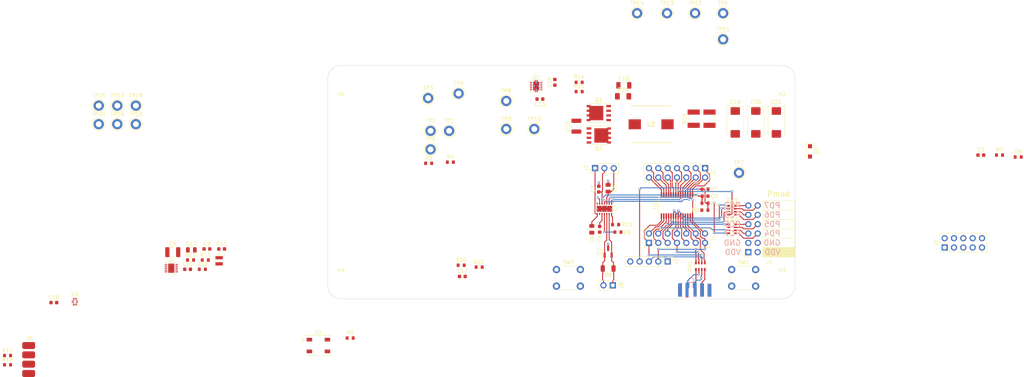
<source format=kicad_pcb>
(kicad_pcb (version 20211014) (generator pcbnew)
  (layers (0 "F.Cu" signal) (31 "B.Cu" signal) (34 "B.Paste" user) (35 "F.Paste" user) (36 "B.SilkS" user "B.Silkscreen") (37 "F.SilkS" user "F.Silkscreen") (38 "B.Mask" user) (39 "F.Mask" user) (44 "Edge.Cuts" user))
  (net 0 "")
  (net 1 "/MCU/PA3")
  (net 2 "GND")
  (net 3 "VDD")
  (net 4 "/CAN Transceiver/WAKE")
  (net 5 "+12V")
  (net 6 "+5V")
  (net 7 "+3.3V")
  (net 8 "+BATT")
  (net 9 "Net-(C9-Pad1)")
  (net 10 "Net-(C10-Pad1)")
  (net 11 "Net-(C10-Pad2)")
  (net 12 "Net-(C11-Pad2)")
  (net 13 "Net-(C14-Pad1)")
  (net 14 "Net-(C14-Pad2)")
  (net 15 "Net-(C16-Pad1)")
  (net 16 "SYNC_VFB")
  (net 17 "/Synchronous buck/VOUT")
  (net 19 "Net-(D1-Pad4)")
  (net 20 "Net-(D2-Pad1)")
  (net 21 "Net-(D2-Pad2)")
  (net 22 "IO_PA0")
  (net 23 "IO_PA1")
  (net 24 "TCAN_RXD")
  (net 25 "TCAN_TS")
  (net 26 "TCAN_nSLP")
  (net 27 "TCAN_TXD")
  (net 28 "/MCU/PC3")
  (net 29 "SYNC_HIN")
  (net 30 "SYNC_LIN")
  (net 31 "/MCU/PD2")
  (net 32 "/MCU/PD3")
  (net 33 "/MCU/PC6")
  (net 34 "/MCU/PC7")
  (net 35 "/MCU/PB7")
  (net 38 "TCAN_nRST")
  (net 40 "Net-(J3-Pad2)")
  (net 42 "/MCU/PB6")
  (net 43 "/MCU/PB5")
  (net 44 "/MCU/PD4")
  (net 45 "/MCU/PD5")
  (net 46 "/MCU/PD6")
  (net 47 "/MCU/PD7")
  (net 48 "/MCU/PB4")
  (net 49 "/MCU/PC2")
  (net 50 "SYNC_ISENS")
  (net 51 "SYNC_EN")
  (net 52 "/MCU/USCI0_CLK")
  (net 53 "/MCU/UART0_RTS")
  (net 54 "/MCU/USCI0_DAT1")
  (net 55 "/MCU/UART0_RXD")
  (net 56 "/MCU/USCI0_DAT0")
  (net 57 "/MCU/UART0_TXD")
  (net 58 "/MCU/USCI0_CTL0")
  (net 59 "/MCU/UART0_CTS")
  (net 60 "/CAN Transceiver/INH")
  (net 61 "/CAN Transceiver/nRST")
  (net 62 "/CAN Transceiver/nSLP")
  (net 63 "Net-(J9-Pad2)")
  (net 64 "Net-(J9-Pad3)")
  (net 65 "Net-(L2-Pad2)")
  (net 66 "Net-(Q1-Pad2)")
  (net 67 "Net-(Q2-Pad2)")
  (net 68 "Net-(R7-Pad1)")
  (net 69 "Net-(R11-Pad2)")
  (net 70 "Net-(R14-Pad2)")
  (net 71 "Net-(R15-Pad2)")
  (net 72 "Net-(R19-Pad2)")
  (net 73 "Net-(R19-Pad3)")
  (net 74 "SYNC_ISEN")
  (net 75 "/Synchronous buck/SENSE_OFF")
  (net 79 "Net-(J3-Pad3)")
  (net 80 "Net-(J3-Pad4)")
  (net 81 "Net-(J3-Pad5)")
  (footprint "Connector_PinHeader_2.54mm:PinHeader_1x03_P2.54mm_Vertical" (layer "F.Cu") (at 72.644 27.94 90)
    (fp_text reference "J7")
    (fp_text value "VDD_SEL")
  )
  (footprint "Capacitor_SMD:C_0603_1608Metric" (layer "F.Cu") (at 57.658 9.144 180)
    (fp_text reference "C13")
    (fp_text value "4.7uF")
  )
  (footprint "Diode_SMD:D_SOD-123F" (layer "F.Cu") (at 131.064 23.368 -90)
    (fp_text reference "D3")
    (fp_text value "P4FL5.0A")
  )
  (footprint "Resistor_SMD:R_0603_1608Metric" (layer "F.Cu") (at 6.096 74.168)
    (fp_text reference "R5")
    (fp_text value "330R")
  )
  (footprint "tya252010-series:tya252010-series" (layer "F.Cu") (at -29.51 53.145)
    (fp_text reference "L1")
    (fp_text value "TYA252012100M-10")
  )
  (footprint "Resistor_SMD:R_0603_1608Metric" (layer "F.Cu") (at 36.259 54.356)
    (fp_text reference "R20")
    (fp_text value "2K")
  )
  (footprint "Resistor_SMD:R_0603_1608Metric" (layer "F.Cu") (at 68.326 7.112)
    (fp_text reference "R15")
    (fp_text value "Rg")
  )
  (footprint "Capacitor_SMD:C_1210_3225Metric" (layer "F.Cu") (at -42.115 50.8)
    (fp_text reference "C8")
    (fp_text value "10uF")
  )
  (footprint "MountingHole:MountingHole_3.2mm_M3" (layer "F.Cu") (at 123.444 59.944)
    (fp_text reference "H3")
    (fp_text value "MountingHole")
  )
  (footprint "Resistor_SMD:R_0603_1608Metric" (layer "F.Cu") (at -87.015 81.445)
    (fp_text reference "R18")
    (fp_text value "330R")
  )
  (footprint "Capacitor_SMD:C_0603_1608Metric" (layer "F.Cu") (at -28.825 49.93)
    (fp_text reference "C11")
    (fp_text value "39pF")
  )
  (footprint "TestPoint:TestPoint_Keystone_5005-5009_Compact" (layer "F.Cu") (at -57.19 15.97)
    (fp_text reference "TP16")
    (fp_text value "12V")
  )
  (footprint "Resistor_SMD:R_0805_2012Metric" (layer "F.Cu") (at 71.755 44.577 -90)
    (fp_text reference "C6")
    (fp_text value "10uF")
  )
  (footprint "PANJIT_DFN:PANJIT_DFN5060-8L" (layer "F.Cu") (at 73.66 19.05 -90)
    (fp_text reference "Q2")
    (fp_text value "PSMQC076N12LS1")
  )
  (footprint "Resistor_SMD:R_Shunt_Ohmite_LVK25" (layer "F.Cu") (at 101.6 14.478 90)
    (fp_text reference "R19")
    (fp_text value "LVK25R001FER")
  )
  (footprint "Resistor_SMD:R_0603_1608Metric" (layer "F.Cu") (at 78.867 45.339)
    (fp_text reference "R9")
    (fp_text value "330R")
  )
  (footprint "Resistor_SMD:R_0805_2012Metric" (layer "F.Cu") (at 76.2 33.401 90)
    (fp_text reference "C5")
    (fp_text value "10uF")
  )
  (footprint "Connector_PinHeader_2.54mm:PinHeader_1x02_P2.54mm_Vertical" (layer "F.Cu") (at 77.475 59.817 -90)
    (fp_text reference "J8")
    (fp_text value "CAN_bus")
  )
  (footprint "TestPoint:TestPoint_Keystone_5005-5009_Compact" (layer "F.Cu") (at 35.56 7.62)
    (fp_text reference "TP5")
    (fp_text value "GND")
  )
  (footprint "Resistor_SMD:R_0603_1608Metric" (layer "F.Cu") (at 182.563 24.384)
    (fp_text reference "R7")
    (fp_text value "330R")
  )
  (footprint "Connector_PinHeader_2.54mm:PinHeader_2x07_P2.54mm_Vertical" (layer "F.Cu") (at 87.29 48.26 90)
    (fp_text reference "J4")
    (fp_text value "SSQ-107-03-G-D")
  )
  (footprint "TestPoint:TestPoint_Keystone_5005-5009_Compact" (layer "F.Cu") (at 32.99 17.78)
    (fp_text reference "TP1")
    (fp_text value "DATA")
  )
  (footprint "Capacitor_SMD:C_0603_1608Metric" (layer "F.Cu") (at 102.53 35.56)
    (fp_text reference "C2")
    (fp_text value "100nF")
  )
  (footprint "TestPoint:TestPoint_Keystone_5005-5009_Compact" (layer "F.Cu") (at 107.442 -7.112)
    (fp_text reference "TP11")
    (fp_text value "GND")
  )
  (footprint "Button_Switch_THT:SW_PUSH_6mm" (layer "F.Cu") (at 109.78 55.535)
    (fp_text reference "SW1")
    (fp_text value "RESET")
  )
  (footprint "TestPoint:TestPoint_Keystone_5005-5009_Compact" (layer "F.Cu") (at -52.14 15.97)
    (fp_text reference "TP18")
    (fp_text value "GND")
  )
  (footprint "Connector_PinHeader_2.54mm:PinHeader_1x05_P2.54mm_Vertical" (layer "F.Cu") (at 92.37 53.34 -90)
    (fp_text reference "J1")
    (fp_text value "Nu-Link")
  )
  (footprint "Button_Switch_THT:SW_PUSH_6mm" (layer "F.Cu") (at 62.155 55.535)
    (fp_text reference "SW2")
    (fp_text value "LWU")
  )
  (footprint "QFN-10-1EP_3x3mm_P0.5mm_EP1.7x2.5mm:QFN-10-1EP_3x3mm_P0.5mm_EP1.7x2.5mm" (layer "F.Cu") (at -42.515 55.15)
    (fp_text reference "U3")
    (fp_text value "MPQ4569GQ-AEC1")
  )
  (footprint "TestPoint:TestPoint_Keystone_5005-5009_Compact" (layer "F.Cu") (at 107.442 -14.224)
    (fp_text reference "TP6")
    (fp_text value "VOUT")
  )
  (footprint "Package_SO:TSSOP-28_4.4x9.7mm_P0.65mm" (layer "F.Cu") (at 94.91 38.1 -90)
    (fp_text reference "U1")
    (fp_text value "M0A23EC1AC")
  )
  (footprint "Resistor_SMD:R_1206_3216Metric" (layer "F.Cu") (at 76.2 55.245 180)
    (fp_text reference "R8")
    (fp_text value "R_Term")
  )
  (footprint "Capacitor_SMD:C_0603_1608Metric" (layer "F.Cu") (at 73.66 33.642 90)
    (fp_text reference "C7")
    (fp_text value "100nF")
  )
  (footprint "Resistor_SMD:R_0603_1608Metric" (layer "F.Cu") (at 33.32 26.31)
    (fp_text reference "R4")
    (fp_text value "100K")
  )
  (footprint "Package_DFN_QFN:UQFN-10_1.4x1.8mm_P0.4mm" (layer "F.Cu") (at -68.725 64.275)
    (fp_text reference "U5")
    (fp_text value "NCS214RMUTAG")
  )
  (footprint "Resistor_SMD:R_0603_1608Metric" (layer "F.Cu") (at 78.232 43.307)
    (fp_text reference "R10")
    (fp_text value "330R")
  )
  (footprint "TestPoint:TestPoint_Keystone_5005-5009_Compact" (layer "F.Cu") (at 48.514 17.272)
    (fp_text reference "TP9")
    (fp_text value "LIN")
  )
  (footprint "TestPoint:TestPoint_Keystone_5005-5009_Compact" (layer "F.Cu") (at 27.94 22.83)
    (fp_text reference "TP4")
    (fp_text value "GND")
  )
  (footprint "Capacitor_SMD:C_0805_2012Metric" (layer "F.Cu") (at -37.065 50.18)
    (fp_text reference "C12")
    (fp_text value "10uF")
  )
  (footprint "MountingHole:MountingHole_3.2mm_M3" (layer "F.Cu") (at 123.444 3.556)
    (fp_text reference "H2")
    (fp_text value "MountingHole")
  )
  (footprint "TI_VSON-14_4.5x3.0mm_DMT0014B:TI_VSON-14_4.5x3.0mm_DMT0014B_ThermalVias" (layer "F.Cu") (at 75.184 38.989 -90)
    (fp_text reference "U2")
    (fp_text value "PTCAN11625DMTRQ1")
  )
  (footprint "Resistor_SMD:R_0603_1608Metric" (layer "F.Cu") (at -33.275 52.94)
    (fp_text reference "R13")
    (fp_text value "1M")
  )
  (footprint "TestPoint:TestPoint_Keystone_5005-5009_Compact" (layer "F.Cu") (at -62.24 10.92)
    (fp_text reference "TP15")
    (fp_text value "VDD")
  )
  (footprint "Connector_DebugEdge:DebugEdge_2x05_Target" (layer "F.Cu") (at 99.736 63.5)
    (fp_text reference "J3")
    (fp_text value "AVX_009159010061")
    (fp_line (start -0.5 -0.5) (end -0.5 -2.6) (layer "Edge.Cuts") (width 0.05))
    (fp_line (start -1.5 -2.6) (end -1.5 -0.5) (layer "Edge.Cuts") (width 0.05))
    (fp_line (start -3 0) (end -2 0) (layer "Edge.Cuts") (width 0.05))
    (fp_line (start 0 0) (end 3 0) (layer "Edge.Cuts") (width 0.05))
    (fp_arc (start 0 0) (mid -0.353553 -0.146447) (end -0.5 -0.5) (layer "Edge.Cuts") (width 0.05))
    (fp_arc (start -1.5 -0.5) (mid -1.646447 -0.146447) (end -2 0) (layer "Edge.Cuts") (width 0.05))
    (fp_arc (start -1.5 -2.6) (mid -1 -3.1) (end -0.5 -2.6) (layer "Edge.Cuts") (width 0.05))
  )
  (footprint "TestPoint:TestPoint_Keystone_5005-5009_Compact" (layer "F.Cu") (at -57.19 10.92)
    (fp_text reference "TP17")
    (fp_text value "VBAT")
  )
  (footprint "Capacitor_SMD:C_0603_1608Metric" (layer "F.Cu") (at 73.914 44.577 -90)
    (fp_text reference "C4")
    (fp_text value "100nF")
  )
  (footprint "MountingHole:MountingHole_3.2mm_M3" (layer "F.Cu") (at 3.556 59.944)
    (fp_text reference "H4")
    (fp_text value "MountingHole")
  )
  (footprint "Capacitor_SMD:C_0603_1608Metric" (layer "F.Cu") (at -74.435 64.516)
    (fp_text reference "C18")
    (fp_text value "100nF")
  )
  (footprint "PANJIT_DFN:PANJIT_DFN5060-8L" (layer "F.Cu") (at 73.66 12.954 90)
    (fp_text reference "Q1")
    (fp_text value "PSMQC092N10LS1")
  )
  (footprint "Capacitor_SMD:C_0603_1608Metric" (layer "F.Cu") (at -32.835 49.93)
    (fp_text reference "C9")
    (fp_text value "10nF")
  )
  (footprint "Resistor_SMD:R_0603_1608Metric" (layer "F.Cu") (at 102.53 33.655)
    (fp_text reference "C1")
    (fp_text value "10uF")
  )
  (footprint "Connector_PinSocket_2.54mm:PinSocket_2x06_P2.54mm_Horizontal" (layer "F.Cu") (at 114.3 50.8 180)
    (fp_text reference "J5")
    (fp_text value "Pmod")
  )
  (footprint "Capacitor_SMD:C_0603_1608Metric" (layer "F.Cu") (at 61.722 4.572 90)
    (fp_text reference "C14")
    (fp_text value "220nF")
  )
  (footprint "Resistor_SMD:R_1206_3216Metric_Pad1.30x1.75mm_HandSolder" (layer "F.Cu") (at 80.264 8.382)
    (fp_text reference "R16")
    (fp_text value "2R2")
  )
  (footprint "Bourns_SRP1038AA:INDPM110100X400N" (layer "F.Cu") (at 87.884 16.002)
    (fp_text reference "L2")
    (fp_text value "PM4342.472NLT" hide)
  )
  (footprint "Capacitor_Tantalum_SMD:CP_EIA-7343-31_Kemet-D" (layer "F.Cu") (at 110.744 15.494 -90)
    (fp_text reference "C19")
    (fp_text value "100uF")
  )
  (footprint "TestPoint:TestPoint_Keystone_5005-5009_Compact" (layer "F.Cu") (at 56.134 17.272)
    (fp_text reference "TP10")
    (fp_text value "GND")
  )
  (footprint "TestPoint:TestPoint_Keystone_5005-5009_Compact" (layer "F.Cu") (at 48.514 9.652)
    (fp_text reference "TP8")
    (fp_text value "HIN")
  )
  (footprint "Package_TO_SOT_SMD:SOT-23" (layer "F.Cu") (at 76.2 50.673 90)
    (fp_text reference "D2")
    (fp_text value "PEC3124C2A-AU")
  )
  (footprint "Capacitor_SMD:C_0603_1608Metric" (layer "F.Cu") (at 36.576 57.404)
    (fp_text reference "C17")
    (fp_text value "C")
  )
  (footprint "Resistor_SMD:R_0603_1608Metric" (layer "F.Cu") (at 27.42 26.61)
    (fp_text reference "R3")
    (fp_text value "100K")
  )
  (footprint "Resistor_SMD:R_Array_Convex_4x0603" (layer "F.Cu") (at 101.26 54.61 90)
    (fp_text reference "RN1")
    (fp_text value "4*200R")
  )
  (footprint "LED_SMD:LED_WS2812B_PLCC4_5.0x5.0mm_P3.2mm" (layer "F.Cu") (at -2.54 76.2)
    (fp_text reference "D1")
    (fp_text value "WS2812B")
  )
  (footprint "Capacitor_SMD:C_1206_3216Metric" (layer "F.Cu") (at 80.464 5.402)
    (fp_text reference "C16")
    (fp_text value "C")
  )
  (footprint "IO_CONN:IO_CONN" (layer "F.Cu") (at -81.28 80.01)
    (fp_text reference "J9")
    (fp_text value "Conn_01x04")
  )
  (footprint "Resistor_SMD:R_0603_1608Metric" (layer "F.Cu") (at -34.075 55.45)
    (fp_text reference "R12")
    (fp_text value "91K")
  )
  (footprint "TestPoint:TestPoint_Keystone_5005-5009_Compact" (layer "F.Cu") (at 111.76 29.21)
    (fp_text reference "TP7")
    (fp_text value "VFB")
  )
  (footprint "Resistor_SMD:R_0603_1608Metric" (layer "F.Cu") (at 102.53 37.465 180)
    (fp_text reference "R1")
    (fp_text value "10K")
  )
  (footprint "TestPoint:TestPoint_Keystone_5005-5009_Compact" (layer "F.Cu") (at 27.94 17.78)
    (fp_text reference "TP2")
    (fp_text value "CLK")
  )
  (footprint "Resistor_SMD:R_0603_1608Metric" (layer "F.Cu") (at 102.489 39.37)
    (fp_text reference "R2")
    (fp_text value "330R")
  )
  (footprint "TestPoint:TestPoint_Keystone_5005-5009_Compact" (layer "F.Cu") (at 99.822 -14.224)
    (fp_text reference "TP12")
    (fp_text value "ISEN")
  )
  (footprint "Package_SON:Texas_DRC0010J_ThermalVias" (layer "F.Cu") (at 56.642 5.588 180)
    (fp_text reference "U4")
    (fp_text value "UCC27282DRCR")
  )
  (footprint "Resistor_SMD:R_0603_1608Metric" (layer "F.Cu") (at 41.148 54.864)
    (fp_text reference "R21")
    (fp_text value "1K")
  )
  (footprint "MountingHole:MountingHole_3.2mm_M3" (layer "F.Cu") (at 3.556 3.556)
    (fp_text reference "H1")
    (fp_text value "MountingHole")
  )
  (footprint "Resistor_SMD:R_0603_1608Metric" (layer "F.Cu") (at -87.015 78.935)
    (fp_text reference "R17")
    (fp_text value "330R")
  )
  (footprint "Capacitor_Tantalum_SMD:CP_EIA-7343-31_Kemet-D" (layer "F.Cu") (at 116.332 15.494 -90)
    (fp_text reference "C20")
    (fp_text value "100uF")
  )
  (footprint "Capacitor_SMD:C_1210_3225Metric" (layer "F.Cu") (at 67.564 16.51 90)
    (fp_text reference "C15")
    (fp_text value "10uF")
  )
  (footprint "TestPoint:TestPoint_Keystone_5005-5009_Compact" (layer "F.Cu") (at -62.24 15.97)
    (fp_text reference "TP20")
    (fp_text value "GND")
  )
  (footprint "Resistor_SMD:R_0603_1608Metric" (layer "F.Cu") (at 187.643 24.892)
    (fp_text reference "R6")
    (fp_text value "10K")
  )
  (footprint "Connector_PinHeader_2.54mm:PinHeader_2x07_P2.54mm_Vertical" (layer "F.Cu") (at 102.535 27.94 -90)
    (fp_text reference "J2")
    (fp_text value "SSQ-107-03-G-D")
  )
  (footprint "Capacitor_SMD:C_0603_1608Metric" (layer "F.Cu") (at -38.085 55.45)
    (fp_text reference "C10")
    (fp_text value "100nF")
  )
  (footprint "Connector_PinHeader_2.54mm:PinHeader_2x05_P2.54mm_Vertical" (layer "F.Cu") (at 167.645 49.535 90)
    (fp_text reference "J6")
    (fp_text value "Conn_02x05_Odd_Even")
  )
  (footprint "Resistor_SMD:R_0603_1608Metric" (layer "F.Cu") (at 68.326 4.572)
    (fp_text reference "R14")
    (fp_text value "Rg")
  )
  (footprint "Resistor_SMD:R_0603_1608Metric" (layer "F.Cu") (at -37.285 52.94)
    (fp_text reference "R11")
    (fp_text value "1M")
  )
  (footprint "TestPoint:TestPoint_Keystone_5005-5009_Compact" (layer "F.Cu") (at 27.28 8.87)
    (fp_text reference "TP3")
    (fp_text value "RST")
  )
  (footprint "TestPoint:TestPoint_Keystone_5005-5009_Compact" (layer "F.Cu") (at 84.074 -14.224)
    (fp_text reference "TP14")
    (fp_text value "GND")
  )
  (footprint "Resistor_SMD:R_Array_Convex_4x0603" (layer "F.Cu") (at 109.855 39.37)
    (fp_text reference "RN3")
    (fp_text value "4*200R")
  )
  (footprint "Capacitor_Tantalum_SMD:CP_EIA-7343-31_Kemet-D" (layer "F.Cu") (at 121.92 15.494 -90)
    (fp_text reference "C21")
    (fp_text value "100uF")
  )
  (footprint "Resistor_SMD:R_Array_Convex_4x0603" (layer "F.Cu") (at 109.855 44.45)
    (fp_text reference "RN2")
    (fp_text value "4*200R")
  )
  (footprint "TestPoint:TestPoint_Keystone_5005-5009_Compact" (layer "F.Cu") (at 92.202 -14.224)
    (fp_text reference "TP13")
    (fp_text value "OFFSET")
  )
  (footprint "Capacitor_SMD:C_0603_1608Metric" (layer "F.Cu") (at 177.483 24.384)
    (fp_text reference "C3")
    (fp_text value "10nF")
  )
  (footprint "TestPoint:TestPoint_Keystone_5005-5009_Compact" (layer "F.Cu") (at -52.14 10.92)
    (fp_text reference "TP19")
    (fp_text value "GND")
  )
  (gr_arc (start 123.444 0) (mid 125.958472 1.041528) (end 127 3.556) (layer "Edge.Cuts") (width 0.1))
  (gr_line (start 127 3.556) (end 127 59.944) (layer "Edge.Cuts") (width 0.1))
  (gr_line (start 96.736 63.5) (end 3.556 63.5) (layer "Edge.Cuts") (width 0.1))
  (gr_line (start 102.736 63.5) (end 123.444 63.5) (layer "Edge.Cuts") (width 0.1))
  (gr_line (start 3.556 0) (end 123.444 0) (layer "Edge.Cuts") (width 0.1))
  (gr_arc (start 3.556 63.5) (mid 1.041528 62.458472) (end 0 59.944) (layer "Edge.Cuts") (width 0.1))
  (gr_arc (start 127 59.944) (mid 125.958472 62.458472) (end 123.444 63.5) (layer "Edge.Cuts") (width 0.1))
  (gr_line (start 0 59.944) (end 0 3.556) (layer "Edge.Cuts") (width 0.1))
  (gr_arc (start 0 3.556) (mid 1.041528 1.041528) (end 3.556 0) (layer "Edge.Cuts") (width 0.1))
  (gr_text "PC7" (at 112.395 45.72) (layer "B.SilkS") (effects (font (size 1.5 1.5) (thickness 0.25)) (justify left mirror)))
  (gr_text "GND" (at 123.19 48.26) (layer "B.SilkS") (effects (font (size 1.5 1.5) (thickness 0.25)) (justify left mirror)))
  (gr_text "PD4" (at 123.19 45.72) (layer "B.SilkS") (effects (font (size 1.5 1.5) (thickness 0.25)) (justify left mirror)))
  (gr_text "PD6" (at 123.19 40.64) (layer "B.SilkS") (effects (font (size 1.5 1.5) (thickness 0.25)) (justify left mirror)))
  (gr_text "GND" (at 112.395 48.26) (layer "B.SilkS") (effects (font (size 1.5 1.5) (thickness 0.25)) (justify left mirror)))
  (gr_text "VDD" (at 112.395 50.8) (layer "B.SilkS") (effects (font (size 1.5 1.5) (thickness 0.25)) (justify left mirror)))
  (gr_text "PC3" (at 112.395 40.64) (layer "B.SilkS") (effects (font (size 1.5 1.5) (thickness 0.25)) (justify left mirror)))
  (gr_text "PC6" (at 112.395 43.18) (layer "B.SilkS") (effects (font (size 1.5 1.5) (thickness 0.25)) (justify left mirror)))
  (gr_text "PC2" (at 112.395 38.1) (layer "B.SilkS") (effects (font (size 1.5 1.5) (thickness 0.3)) (justify left mirror)))
  (gr_text "PD7" (at 123.19 38.1) (layer "B.SilkS") (effects (font (size 1.5 1.5) (thickness 0.3)) (justify left mirror)))
  (gr_text "PD5" (at 123.19 43.18) (layer "B.SilkS") (effects (font (size 1.5 1.5) (thickness 0.25)) (justify left mirror)))
  (gr_text "VDD" (at 123.19 50.8) (layer "B.SilkS") (effects (font (size 1.5 1.5) (thickness 0.25)) (justify left mirror)))
  (gr_text "Pmod" (at 122.555 34.925) (layer "F.SilkS") (effects (font (size 1.5 1.5) (thickness 0.25))))
  (segment (start 103.314 38.245) (end 103.355 38.204) (width 0.25) (layer "F.Cu") (net 1))
  (segment (start 101.705 33.655) (end 102.276 33.655) (width 0.25) (layer "F.Cu") (net 1))
  (segment (start 103.314 39.37) (end 103.314 38.245) (width 0.25) (layer "F.Cu") (net 1))
  (segment (start 102.276 33.655) (end 102.53 33.909) (width 0.25) (layer "F.Cu") (net 1))
  (segment (start 84.75 53.34) (end 84.75 33.655) (width 0.25) (layer "F.Cu") (net 1))
  (segment (start 97.2105 33.655) (end 97.2105 33.2645) (width 0.25) (layer "F.Cu") (net 1))
  (segment (start 103.355 37.465) (end 103.355 38.204) (width 0.25) (layer "F.Cu") (net 1))
  (segment (start 102.784 37.465) (end 103.355 37.465) (width 0.25) (layer "F.Cu") (net 1))
  (segment (start 102.53 33.909) (end 102.53 37.211) (width 0.25) (layer "F.Cu") (net 1))
  (segment (start 97.2105 33.2645) (end 99.995 30.48) (width 0.25) (layer "F.Cu") (net 1))
  (segment (start 97.2105 34.1485) (end 97.2105 33.655) (width 0.25) (layer "F.Cu") (net 1))
  (segment (start 102.53 37.211) (end 102.784 37.465) (width 0.25) (layer "F.Cu") (net 1))
  (segment (start 97.185 34.174) (end 97.2105 34.1485) (width 0.25) (layer "F.Cu") (net 1))
  (segment (start 97.185 35.2375) (end 97.185 34.174) (width 0.25) (layer "F.Cu") (net 1))
  (segment (start 100.625 33.655) (end 101.705 33.655) (width 0.25) (layer "F.Cu") (net 1))
  (via (at 97.2105 33.655) (size 0.6) (drill 0.35) (layers "F.Cu" "B.Cu") (net 1))
  (via (at 84.75 33.655) (size 0.6) (drill 0.35) (layers "F.Cu" "B.Cu") (net 1))
  (via (at 100.625 33.655) (size 0.6) (drill 0.35) (layers "F.Cu" "B.Cu") (net 1))
  (segment (start 97.2105 33.655) (end 100.625 33.655) (width 0.25) (layer "B.Cu") (net 1))
  (segment (start 96.8545 33.299) (end 97.2105 33.655) (width 0.25) (layer "B.Cu") (net 1))
  (segment (start 84.75 33.655) (end 85.106 33.299) (width 0.25) (layer "B.Cu") (net 1))
  (segment (start 85.106 33.299) (end 96.8545 33.299) (width 0.25) (layer "B.Cu") (net 1))
  (segment (start 99.135 39.93) (end 99.187 39.878) (width 0.25) (layer "F.Cu") (net 2))
  (segment (start 76.484 36.165) (end 76.708 35.941) (width 0.25) (layer "F.Cu") (net 2))
  (segment (start 99.135 40.9625) (end 99.135 39.93) (width 0.25) (layer "F.Cu") (net 2))
  (segment (start 76.2 49.7355) (end 76.2 48.514) (width 0.25) (layer "F.Cu") (net 2))
  (segment (start 73.66 32.867) (end 73.66 31.877) (width 0.25) (layer "F.Cu") (net 2))
  (segment (start 99.135 42.325) (end 102.53 45.72) (width 0.25) (layer "F.Cu") (net 2))
  (segment (start 99.135 40.9625) (end 99.135 42.325) (width 0.25) (layer "F.Cu") (net 2))
  (segment (start 99.187 36.576) (end 99.187 39.878) (width 0.25) (layer "F.Cu") (net 2))
  (segment (start 76.484 37.589) (end 76.484 36.165) (width 0.25) (layer "F.Cu") (net 2))
  (segment (start 76.2 32.4885) (end 76.2 31.369) (width 0.25) (layer "F.Cu") (net 2))
  (via (at 76.2 48.514) (size 0.6) (drill 0.35) (layers "F.Cu" "B.Cu") (net 2))
  (via (at 73.66 31.877) (size 0.6) (drill 0.35) (layers "F.Cu" "B.Cu") (net 2))
  (via (at 99.187 36.576) (size 0.6) (drill 0.35) (layers "F.Cu" "B.Cu") (net 2))
  (via (at 76.708 35.941) (size 0.6) (drill 0.35) (layers "F.Cu" "B.Cu") (net 2))
  (via (at 76.2 31.369) (size 0.6) (drill 0.35) (layers "F.Cu" "B.Cu") (net 2))
  (segment (start 98.435 35.824) (end 99.187 36.576) (width 0.25) (layer "B.Cu") (net 2))
  (segment (start 76.708 35.941) (end 76.825 35.824) (width 0.25) (layer "B.Cu") (net 2))
  (segment (start 76.825 35.824) (end 98.435 35.824) (width 0.25) (layer "B.Cu") (net 2))
  (segment (start 100.752 35.56) (end 101.755 35.56) (width 0.25) (layer "F.Cu") (net 3))
  (segment (start 99.135 33.621) (end 99.135 35.2375) (width 0.25) (layer "F.Cu") (net 3))
  (segment (start 100.4295 35.2375) (end 100.752 35.56) (width 0.25) (layer "F.Cu") (net 3))
  (segment (start 99.99 32.766) (end 99.135 33.621) (width 0.25) (layer "F.Cu") (net 3))
  (segment (start 74.534 36.21) (end 74.534 37.589) (width 0.25) (layer "F.Cu") (net 3))
  (segment (start 74.549 34.544) (end 74.549 36.195) (width 0.25) (layer "F.Cu") (net 3))
  (segment (start 75.184 29.083) (end 74.676 29.591) (width 0.25) (layer "F.Cu") (net 3))
  (segment (start 74.549 36.195) (end 74.534 36.21) (width 0.25) (layer "F.Cu") (net 3))
  (segment (start 101.705 37.465) (end 101.705 36.512) (width 0.25) (layer "F.Cu") (net 3))
  (segment (start 102.535 28.453) (end 103.8 29.718) (width 0.25) (layer "F.Cu") (net 3))
  (segment (start 74.422 34.417) (end 74.549 34.544) (width 0.25) (layer "F.Cu") (net 3))
  (segment (start 103.8 31.242) (end 102.276 32.766) (width 0.25) (layer "F.Cu") (net 3))
  (segment (start 101.768 36.449) (end 101.768 35.573) (width 0.25) (layer "F.Cu") (net 3))
  (segment (start 101.705 36.512) (end 101.768 36.449) (width 0.25) (layer "F.Cu") (net 3))
  (segment (start 75.184 27.94) (end 75.184 29.083) (width 0.25) (layer "F.Cu") (net 3))
  (segment (start 99.135 35.2375) (end 100.4295 35.2375) (width 0.25) (layer "F.Cu") (net 3))
  (segment (start 103.8 29.718) (end 103.8 31.242) (width 0.25) (layer "F.Cu") (net 3))
  (segment (start 102.276 32.766) (end 99.99 32.766) (width 0.25) (layer "F.Cu") (net 3))
  (segment (start 74.676 34.163) (end 74.422 34.417) (width 0.25) (layer "F.Cu") (net 3))
  (segment (start 74.422 34.417) (end 73.66 34.417) (width 0.25) (layer "F.Cu") (net 3))
  (segment (start 101.768 35.573) (end 101.755 35.56) (width 0.25) (layer "F.Cu") (net 3))
  (segment (start 74.676 29.591) (end 74.676 34.163) (width 0.25) (layer "F.Cu") (net 3))
  (segment (start 102.535 27.94) (end 102.535 28.453) (width 0.25) (layer "F.Cu") (net 3))
  (via (at 74.549 36.195) (size 0.6) (drill 0.35) (layers "F.Cu" "B.Cu") (net 3))
  (via (at 100.4295 35.2375) (size 0.6) (drill 0.35) (layers "F.Cu" "B.Cu") (net 3))
  (segment (start 75.5065 35.2375) (end 100.4295 35.2375) (width 0.25) (layer "B.Cu") (net 3))
  (segment (start 74.549 36.195) (end 75.5065 35.2375) (width 0.25) (layer "B.Cu") (net 3))
  (segment (start 73.914 42.799) (end 73.914 43.802) (width 0.25) (layer "F.Cu") (net 5))
  (segment (start 74.534 42.179) (end 73.914 42.799) (width 0.25) (layer "F.Cu") (net 5))
  (segment (start 74.534 40.389) (end 74.534 42.179) (width 0.25) (layer "F.Cu") (net 5))
  (segment (start 76.2 34.3135) (end 77.0655 34.3135) (width 0.25) (layer "F.Cu") (net 6))
  (segment (start 77.724 33.655) (end 77.724 27.94) (width 0.25) (layer "F.Cu") (net 6))
  (segment (start 76.2 35.433) (end 76.2 34.3135) (width 0.25) (layer "F.Cu") (net 6))
  (segment (start 75.834 35.799) (end 76.2 35.433) (width 0.25) (layer "F.Cu") (net 6))
  (segment (start 75.834 37.589) (end 75.834 35.799) (width 0.25) (layer "F.Cu") (net 6))
  (segment (start 77.0655 34.3135) (end 77.724 33.655) (width 0.25) (layer "F.Cu") (net 6))
  (segment (start 72.774 40.389) (end 72.644 40.259) (width 0.25) (layer "F.Cu") (net 7))
  (segment (start 71.755 42.545) (end 71.755 43.6645) (width 0.25) (layer "F.Cu") (net 7))
  (segment (start 73.234 40.389) (end 73.234 41.066) (width 0.25) (layer "F.Cu") (net 7))
  (segment (start 73.234 41.066) (end 71.755 42.545) (width 0.25) (layer "F.Cu") (net 7))
  (segment (start 73.234 40.389) (end 72.774 40.389) (width 0.25) (layer "F.Cu") (net 7))
  (segment (start 72.644 40.259) (end 72.644 27.94) (width 0.25) (layer "F.Cu") (net 7))
  (segment (start 97.45 44.694695) (end 97.45 45.72) (width 0.25) (layer "F.Cu") (net 16))
  (segment (start 96.535 43.779695) (end 97.45 44.694695) (width 0.25) (layer "F.Cu") (net 16))
  (segment (start 96.535 40.9625) (end 96.535 43.779695) (width 0.25) (layer "F.Cu") (net 16))
  (segment (start 74.7375 56.7075) (end 74.676 56.769) (width 0.25) (layer "F.Cu") (net 20))
  (segment (start 75.25 53.147) (end 75.25 51.6105) (width 0.25) (layer "F.Cu") (net 20))
  (segment (start 74.935 58.552) (end 74.676 58.293) (width 0.25) (layer "F.Cu") (net 20))
  (segment (start 74.7375 53.6595) (end 75.25 53.147) (width 0.25) (layer "F.Cu") (net 20))
  (segment (start 74.676 58.293) (end 74.676 56.769) (width 0.25) (layer "F.Cu") (net 20))
  (segment (start 75.834 47.483) (end 75.834 40.389) (width 0.25) (layer "F.Cu") (net 20))
  (segment (start 74.7375 55.245) (end 74.7375 56.7075) (width 0.25) (layer "F.Cu") (net 20))
  (segment (start 75.25 48.067) (end 75.834 47.483) (width 0.25) (layer "F.Cu") (net 20))
  (segment (start 74.7375 55.245) (end 74.7375 53.6595) (width 0.25) (layer "F.Cu") (net 20))
  (segment (start 75.25 51.6105) (end 75.25 48.067) (width 0.25) (layer "F.Cu") (net 20))
  (segment (start 74.935 59.817) (end 74.935 58.552) (width 0.25) (layer "F.Cu") (net 20))
  (segment (start 77.475 58.542) (end 77.724 58.293) (width 0.25) (layer "F.Cu") (net 21))
  (segment (start 77.6625 55.245) (end 77.6625 53.6595) (width 0.25) (layer "F.Cu") (net 21))
  (segment (start 77.15 51.6105) (end 77.15 48.067) (width 0.25) (layer "F.Cu") (net 21))
  (segment (start 76.484 47.401) (end 76.484 40.389) (width 0.25) (layer "F.Cu") (net 21))
  (segment (start 77.15 48.067) (end 76.484 47.401) (width 0.25) (layer "F.Cu") (net 21))
  (segment (start 77.6625 55.245) (end 77.6625 56.7075) (width 0.25) (layer "F.Cu") (net 21))
  (segment (start 77.724 58.293) (end 77.724 56.769) (width 0.25) (layer "F.Cu") (net 21))
  (segment (start 77.6625 53.6595) (end 77.15 53.147) (width 0.25) (layer "F.Cu") (net 21))
  (segment (start 77.15 53.147) (end 77.15 51.6105) (width 0.25) (layer "F.Cu") (net 21))
  (segment (start 77.6625 56.7075) (end 77.724 56.769) (width 0.25) (layer "F.Cu") (net 21))
  (segment (start 77.475 59.817) (end 77.475 58.542) (width 0.25) (layer "F.Cu") (net 21))
  (segment (start 89.83 53.34) (end 89.83 50.038) (width 0.25) (layer "F.Cu") (net 22))
  (segment (start 98.485 40.9625) (end 98.485 42.311396) (width 0.25) (layer "F.Cu") (net 22))
  (segment (start 102.276 46.99) (end 102.53 47.244) (width 0.25) (layer "F.Cu") (net 22))
  (segment (start 102.53 47.244) (end 102.53 48.26) (width 0.25) (layer "F.Cu") (net 22))
  (segment (start 100.06 53.71) (end 100.06 51.124) (width 0.25) (layer "F.Cu") (net 22))
  (segment (start 101.26 45.086396) (end 101.26 46.482) (width 0.25) (layer "F.Cu") (net 22))
  (segment (start 98.485 42.311396) (end 101.26 45.086396) (width 0.25) (layer "F.Cu") (net 22))
  (segment (start 102.53 50.038) (end 102.53 48.26) (width 0.25) (layer "F.Cu") (net 22))
  (segment (start 101.26 46.482) (end 101.768 46.99) (width 0.25) (layer "F.Cu") (net 22))
  (segment (start 99.99 51.054) (end 99.99 50.546) (width 0.25) (layer "F.Cu") (net 22))
  (segment (start 100.06 51.124) (end 99.99 51.054) (width 0.25) (layer "F.Cu") (net 22))
  (segment (start 101.768 46.99) (end 102.276 46.99) (width 0.25) (layer "F.Cu") (net 22))
  (segment (start 99.99 50.546) (end 99.99 50.038) (width 0.25) (layer "F.Cu") (net 22))
  (via (at 99.99 50.038) (size 0.6) (drill 0.35) (layers "F.Cu" "B.Cu") (net 22))
  (via (at 89.83 50.038) (size 0.6) (drill 0.35) (layers "F.Cu" "B.Cu") (net 22))
  (via (at 102.53 50.038) (size 0.6) (drill 0.35) (layers "F.Cu" "B.Cu") (net 22))
  (segment (start 89.83 50.038) (end 99.99 50.038) (width 0.25) (layer "B.Cu") (net 22))
  (segment (start 99.99 50.038) (end 102.53 50.038) (width 0.25) (layer "B.Cu") (net 22))
  (segment (start 99.99 46.736) (end 99.99 45.72) (width 0.25) (layer "F.Cu") (net 23))
  (segment (start 101.26 50.108) (end 101.26 47.498) (width 0.25) (layer "F.Cu") (net 23))
  (segment (start 102.276 52.832) (end 102.276 52.324) (width 0.25) (layer "F.Cu") (net 23))
  (segment (start 101.26 47.498) (end 100.752 46.99) (width 0.25) (layer "F.Cu") (net 23))
  (segment (start 100.752 46.99) (end 100.244 46.99) (width 0.25) (layer "F.Cu") (net 23))
  (segment (start 102.46 53.016) (end 102.276 52.832) (width 0.25) (layer "F.Cu") (net 23))
  (segment (start 102.276 51.124) (end 102.276 52.324) (width 0.25) (layer "F.Cu") (net 23))
  (segment (start 101.26 50.108) (end 102.276 51.124) (width 0.25) (layer "F.Cu") (net 23))
  (segment (start 102.46 53.71) (end 102.46 53.016) (width 0.25) (layer "F.Cu") (net 23))
  (segment (start 100.244 46.99) (end 99.99 46.736) (width 0.25) (layer "F.Cu") (net 23))
  (segment (start 97.835 43.565) (end 99.99 45.72) (width 0.25) (layer "F.Cu") (net 23))
  (segment (start 97.835 40.9625) (end 97.835 43.565) (width 0.25) (layer "F.Cu") (net 23))
  (via (at 102.276 52.324) (size 0.6) (drill 0.35) (layers "F.Cu" "B.Cu") (net 23))
  (segment (start 87.29 53.34) (end 88.56 52.07) (width 0.25) (layer "B.Cu") (net 23))
  (segment (start 88.56 52.07) (end 101.138116 52.07) (width 0.25) (layer "B.Cu") (net 23))
  (segment (start 101.392116 52.324) (end 102.276 52.324) (width 0.25) (layer "B.Cu") (net 23))
  (segment (start 101.138116 52.07) (end 101.392116 52.324) (width 0.25) (layer "B.Cu") (net 23))
  (segment (start 100.757 32.258) (end 102.535 30.48) (width 0.25) (layer "F.Cu") (net 24))
  (segment (start 98.485 33.509) (end 99.736 32.258) (width 0.25) (layer "F.Cu") (net 24))
  (segment (start 98.485 35.2375) (end 98.485 33.509) (width 0.25) (layer "F.Cu") (net 24))
  (segment (start 99.736 32.258) (end 100.757 32.258) (width 0.25) (layer "F.Cu") (net 24))
  (segment (start 75.184 37.589) (end 75.184 36.703) (width 0.25) (layer "F.Cu") (net 24))
  (segment (start 98.485 35.2375) (end 98.485 36.135) (width 0.25) (layer "F.Cu") (net 24))
  (segment (start 98.485 36.135) (end 98.171 36.449) (width 0.25) (layer "F.Cu") (net 24))
  (via (at 98.171 36.449) (size 0.6) (drill 0.35) (layers "F.Cu" "B.Cu") (net 24))
  (via (at 75.184 36.703) (size 0.6) (drill 0.35) (layers "F.Cu" "B.Cu") (net 24))
  (segment (start 77.851 36.957) (end 95.504 36.957) (width 0.25) (layer "B.Cu") (net 24))
  (segment (start 75.555 37.074) (end 77.734 37.074) (width 0.25) (layer "B.Cu") (net 24))
  (segment (start 96.774 36.449) (end 98.171 36.449) (width 0.25) (layer "B.Cu") (net 24))
  (segment (start 96.139 37.084) (end 96.774 36.449) (width 0.25) (layer "B.Cu") (net 24))
  (segment (start 95.631 37.084) (end 96.139 37.084) (width 0.25) (layer "B.Cu") (net 24))
  (segment (start 75.184 36.703) (end 75.555 37.074) (width 0.25) (layer "B.Cu") (net 24))
  (segment (start 77.734 37.074) (end 77.851 36.957) (width 0.25) (layer "B.Cu") (net 24))
  (segment (start 95.504 36.957) (end 95.631 37.084) (width 0.25) (layer "B.Cu") (net 24))
  (segment (start 100.498 31.75) (end 99.482 31.75) (width 0.25) (layer "F.Cu") (net 25))
  (segment (start 73.884 37.589) (end 73.884 36.419) (width 0.25) (layer "F.Cu") (net 25))
  (segment (start 99.482 31.75) (end 97.835 33.397) (width 0.25) (layer "F.Cu") (net 25))
  (segment (start 99.995 27.94) (end 101.26 29.205) (width 0.25) (layer "F.Cu") (net 25))
  (segment (start 97.835 33.397) (end 97.835 35.2375) (width 0.25) (layer "F.Cu") (net 25))
  (segment (start 101.26 30.988) (end 100.498 31.75) (width 0.25) (layer "F.Cu") (net 25))
  (segment (start 101.26 29.205) (end 101.26 30.988) (width 0.25) (layer "F.Cu") (net 25))
  (segment (start 73.884 36.419) (end 73.406 35.941) (width 0.25) (layer "F.Cu") (net 25))
  (via (at 73.406 35.941) (size 0.6) (drill 0.35) (layers "F.Cu" "B.Cu") (net 25))
  (segment (start 97.455 27.94) (end 98.72 29.205) (width 0.25) (layer "F.Cu") (net 26))
  (segment (start 98.72 29.205) (end 98.72 30.988) (width 0.25) (layer "F.Cu") (net 26))
  (segment (start 96.535 33.173) (end 96.535 35.2375) (width 0.25) (layer "F.Cu") (net 26))
  (segment (start 98.72 30.988) (end 96.535 33.173) (width 0.25) (layer "F.Cu") (net 26))
  (segment (start 95.885 32.681396) (end 95.885 35.2375) (width 0.25) (layer "F.Cu") (net 27))
  (segment (start 95.885 35.2375) (end 95.885 36.449) (width 0.25) (layer "F.Cu") (net 27))
  (segment (start 97.455 30.48) (end 97.455 31.111396) (width 0.25) (layer "F.Cu") (net 27))
  (segment (start 77.134 36.785) (end 77.47 36.449) (width 0.25) (layer "F.Cu") (net 27))
  (segment (start 97.455 31.111396) (end 95.885 32.681396) (width 0.25) (layer "F.Cu") (net 27))
  (segment (start 77.134 37.589) (end 77.134 36.785) (width 0.25) (layer "F.Cu") (net 27))
  (via (at 77.47 36.449) (size 0.6) (drill 0.35) (layers "F.Cu" "B.Cu") (net 27))
  (via (at 95.885 36.449) (size 0.6) (drill 0.35) (layers "F.Cu" "B.Cu") (net 27))
  (segment (start 77.47 36.449) (end 95.885 36.449) (width 0.25) (layer "B.Cu") (net 27))
  (segment (start 95.235 33.924) (end 95.235 35.2375) (width 0.25) (layer "F.Cu") (net 28))
  (segment (start 108.955 40.57) (end 109.605 40.57) (width 0.25) (layer "F.Cu") (net 28))
  (segment (start 96.18 31.242) (end 95.235 32.187) (width 0.25) (layer "F.Cu") (net 28))
  (segment (start 96.18 29.205) (end 96.18 31.242) (width 0.25) (layer "F.Cu") (net 28))
  (segment (start 109.605 40.57) (end 109.855 40.32) (width 0.25) (layer "F.Cu") (net 28))
  (segment (start 95.235 32.187) (end 95.235 33.924) (width 0.25) (layer "F.Cu") (net 28))
  (segment (start 94.915 27.94) (end 96.18 29.205) (width 0.25) (layer "F.Cu") (net 28))
  (segment (start 109.855 40.32) (end 109.855 34.29) (width 0.25) (layer "F.Cu") (net 28))
  (via (at 109.855 34.29) (size 0.6) (drill 0.35) (layers "F.Cu" "B.Cu") (net 28))
  (via (at 95.235 33.924) (size 0.6) (drill 0.35) (layers "F.Cu" "B.Cu") (net 28))
  (segment (start 95.601 34.29) (end 95.235 33.924) (width 0.25) (layer "B.Cu") (net 28))
  (segment (start 109.855 34.29) (end 95.601 34.29) (width 0.25) (layer "B.Cu") (net 28))
  (segment (start 94.585 35.2375) (end 94.585 32.075) (width 0.25) (layer "F.Cu") (net 29))
  (segment (start 94.915 31.745) (end 94.915 30.48) (width 0.25) (layer "F.Cu") (net 29))
  (segment (start 94.585 32.075) (end 94.915 31.745) (width 0.25) (layer "F.Cu") (net 29))
  (segment (start 92.375 27.94) (end 93.64 29.205) (width 0.25) (layer "F.Cu") (net 30))
  (segment (start 93.64 29.205) (end 93.64 33.02) (width 0.25) (layer "F.Cu") (net 30))
  (segment (start 93.935 33.315) (end 93.64 33.02) (width 0.25) (layer "F.Cu") (net 30))
  (segment (start 93.935 35.2375) (end 93.935 33.315) (width 0.25) (layer "F.Cu") (net 30))
  (segment (start 93.19 31.295) (end 92.375 30.48) (width 0.25) (layer "F.Cu") (net 31))
  (segment (start 93.19 35.1425) (end 93.19 31.295) (width 0.25) (layer "F.Cu") (net 31))
  (segment (start 93.285 35.2375) (end 93.19 35.1425) (width 0.25) (layer "F.Cu") (net 31))
  (segment (start 92.635 32.401701) (end 91.1 30.866701) (width 0.25) (layer "F.Cu") (net 32))
  (segment (start 91.1 29.205) (end 89.835 27.94) (width 0.25) (layer "F.Cu") (net 32))
  (segment (start 92.635 35.2375) (end 92.635 32.401701) (width 0.25) (layer "F.Cu") (net 32))
  (segment (start 91.1 30.866701) (end 91.1 29.205) (width 0.25) (layer "F.Cu") (net 32))
  (segment (start 91.985 35.2375) (end 91.985 32.63) (width 0.25) (layer "F.Cu") (net 33))
  (segment (start 91.985 32.63) (end 89.835 30.48) (width 0.25) (layer "F.Cu") (net 33))
  (segment (start 108.955 45.65) (end 108.388 45.65) (width 0.25) (layer "F.Cu") (net 34))
  (segment (start 91.335 35.2375) (end 91.335 33.641701) (width 0.25) (layer "F.Cu") (net 34))
  (segment (start 105.029 37.338) (end 105.029 45.593) (width 0.25) (layer "F.Cu") (net 34))
  (segment (start 108.331 45.593) (end 107.95 45.593) (width 0.25) (layer "F.Cu") (net 34))
  (segment (start 108.388 45.65) (end 108.331 45.593) (width 0.25) (layer "F.Cu") (net 34))
  (segment (start 88.56 29.205) (end 87.295 27.94) (width 0.25) (layer "F.Cu") (net 34))
  (segment (start 91.335 33.641701) (end 88.56 30.866701) (width 0.25) (layer "F.Cu") (net 34))
  (segment (start 88.56 30.866701) (end 88.56 29.205) (width 0.25) (layer "F.Cu") (net 34))
  (via (at 105.029 37.338) (size 0.6) (drill 0.35) (layers "F.Cu" "B.Cu") (net 34))
  (via (at 107.95 45.593) (size 0.6) (drill 0.35) (layers "F.Cu" "B.Cu") (net 34))
  (via (at 105.029 45.593) (size 0.6) (drill 0.35) (layers "F.Cu" "B.Cu") (net 34))
  (segment (start 107.95 45.593) (end 105.029 45.593) (width 0.25) (layer "B.Cu") (net 34))
  (segment (start 90.685 35.2375) (end 90.685 33.87) (width 0.25) (layer "F.Cu") (net 35))
  (segment (start 90.685 33.87) (end 87.295 30.48) (width 0.25) (layer "F.Cu") (net 35))
  (segment (start 100.06 58.858) (end 99.736 59.182) (width 0.25) (layer "F.Cu") (net 40))
  (segment (start 99.736 59.182) (end 99.736 59.9) (width 0.25) (layer "F.Cu") (net 40))
  (segment (start 100.06 55.51) (end 100.06 58.858) (width 0.25) (layer "F.Cu") (net 40))
  (segment (start 90.685 40.9625) (end 90.685 42.325) (width 0.25) (layer "F.Cu") (net 42))
  (segment (start 101.66 53.71) (end 101.66 52.47) (width 0.25) (layer "F.Cu") (net 42))
  (segment (start 86.02 46.99) (end 87.29 48.26) (width 0.25) (layer "F.Cu") (net 42))
  (segment (start 87.29 51.562) (end 87.29 48.26) (width 0.25) (layer "F.Cu") (net 42))
  (segment (start 89.518 43.492) (end 87.486 43.492) (width 0.25) (layer "F.Cu") (net 42))
  (segment (start 101.514 52.324) (end 101.514 51.562) (width 0.25) (layer "F.Cu") (net 42))
  (segment (start 90.685 42.325) (end 89.518 43.492) (width 0.25) (layer "F.Cu") (net 42))
  (segment (start 87.486 43.492) (end 86.02 44.958) (width 0.25) (layer "F.Cu") (net 42))
  (segment (start 101.66 52.47) (end 101.514 52.324) (width 0.25) (layer "F.Cu") (net 42))
  (segment (start 86.02 44.958) (end 86.02 46.99) (width 0.25) (layer "F.Cu") (net 42))
  (via (at 87.29 51.562) (size 0.6) (drill 0.35) (layers "F.Cu" "B.Cu") (net 42))
  (via (at 101.514 51.562) (size 0.6) (drill 0.35) (layers "F.Cu" "B.Cu") (net 42))
  (segment (start 101.514 51.562) (end 87.29 51.562) (width 0.25) (layer "B.Cu") (net 42))
  (segment (start 91.335 42.315823) (end 89.708823 43.942) (width 0.25) (layer "F.Cu") (net 43))
  (segment (start 89.708823 43.942) (end 89.068 43.942) (width 0.25) (layer "F.Cu") (net 43))
  (segment (start 91.335 40.9625) (end 91.335 42.315823) (width 0.25) (layer "F.Cu") (net 43))
  (segment (start 89.068 43.942) (end 87.29 45.72) (width 0.25) (layer "F.Cu") (net 43))
  (segment (start 89.989 44.545) (end 89.343299 44.545) (width 0.25) (layer "F.Cu") (net 44))
  (segment (start 90.338 44.196) (end 89.989 44.545) (width 0.25) (layer "F.Cu") (net 44))
  (segment (start 91.985 42.549) (end 90.338 44.196) (width 0.25) (layer "F.Cu") (net 44))
  (segment (start 108.955 44.85) (end 108.35 44.85) (width 0.25) (layer "F.Cu") (net 44))
  (segment (start 88.56 45.328299) (end 88.56 46.99) (width 0.25) (layer "F.Cu") (net 44))
  (segment (start 91.985 40.9625) (end 91.985 42.549) (width 0.25) (layer "F.Cu") (net 44))
  (segment (start 108.204 44.704) (end 107.95 44.704) (width 0.25) (layer "F.Cu") (net 44))
  (segment (start 89.343299 44.545) (end 88.56 45.328299) (width 0.25) (layer "F.Cu") (net 44))
  (segment (start 88.56 46.99) (end 89.83 48.26) (width 0.25) (layer "F.Cu") (net 44))
  (segment (start 108.35 44.85) (end 108.331 44.831) (width 0.25) (layer "F.Cu") (net 44))
  (segment (start 108.331 44.831) (end 108.204 44.704) (width 0.25) (layer "F.Cu") (net 44))
  (via (at 90.338 44.196) (size 0.6) (drill 0.35) (layers "F.Cu" "B.Cu") (net 44))
  (via (at 107.95 44.704) (size 0.6) (drill 0.35) (layers "F.Cu" "B.Cu") (net 44))
  (segment (start 90.338 44.196) (end 104.013 44.196) (width 0.25) (layer "B.Cu") (net 44))
  (segment (start 107.95 44.704) (end 104.521 44.704) (width 0.25) (layer "B.Cu") (net 44))
  (segment (start 104.521 44.704) (end 104.013 44.196) (width 0.25) (layer "B.Cu") (net 44))
  (segment (start 108.955 43.25) (end 108.401 43.25) (width 0.25) (layer "F.Cu") (net 45))
  (segment (start 92.176589 43.373411) (end 92.176589 43.240589) (width 0.25) (layer "F.Cu") (net 45))
  (segment (start 108.401 43.25) (end 108.331 43.18) (width 0.25) (layer "F.Cu") (net 45))
  (segment (start 92.635 40.9625) (end 92.635 42.782178) (width 0.25) (layer "F.Cu") (net 45))
  (segment (start 89.83 45.72) (end 92.176589 43.373411) (width 0.25) (layer "F.Cu") (net 45))
  (segment (start 107.696 43.18) (end 108.331 43.18) (width 0.25) (layer "F.Cu") (net 45))
  (segment (start 92.635 42.782178) (end 92.176589 43.240589) (width 0.25) (layer "F.Cu") (net 45))
  (via (at 107.696 43.18) (size 0.6) (drill 0.35) (layers "F.Cu" "B.Cu") (net 45))
  (via (at 92.176589 43.240589) (size 0.6) (drill 0.35) (layers "F.Cu" "B.Cu") (net 45))
  (segment (start 92.237178 43.18) (end 92.176589 43.240589) (width 0.25) (layer "B.Cu") (net 45))
  (segment (start 107.696 43.18) (end 92.237178 43.18) (width 0.25) (layer "B.Cu") (net 45))
  (segment (start 93.285 40.9625) (end 93.285 42.351) (width 0.25) (layer "F.Cu") (net 46))
  (segment (start 93.285 42.351) (end 93.285 43.015355) (width 0.25) (layer "F.Cu") (net 46))
  (segment (start 108.058 39.77) (end 108.955 39.77) (width 0.25) (layer "F.Cu") (net 46))
  (segment (start 107.696 42.291) (end 107.696 40.132) (width 0.25) (layer "F.Cu") (net 46))
  (segment (start 91.1 45.200355) (end 91.1 46.99) (width 0.25) (layer "F.Cu") (net 46))
  (segment (start 93.285 43.015355) (end 91.1 45.200355) (width 0.25) (layer "F.Cu") (net 46))
  (segment (start 107.696 40.132) (end 108.058 39.77) (width 0.25) (layer "F.Cu") (net 46))
  (segment (start 91.1 46.99) (end 92.37 48.26) (width 0.25) (layer "F.Cu") (net 46))
  (via (at 107.696 42.291) (size 0.6) (drill 0.35) (layers "F.Cu" "B.Cu") (net 46))
  (via (at 93.285 42.351) (size 0.6) (drill 0.35) (layers "F.Cu" "B.Cu") (net 46))
  (segment (start 93.606 42.672) (end 93.285 42.351) (width 0.25) (layer "B.Cu") (net 46))
  (segment (start 107.315 42.672) (end 93.606 42.672) (width 0.25) (layer "B.Cu") (net 46))
  (segment (start 107.696 42.291) (end 107.315 42.672) (width 0.25) (layer "B.Cu") (net 46))
  (segment (start 108.147 38.17) (end 107.95 37.973) (width 0.25) (layer "F.Cu") (net 47))
  (segment (start 93.935 40.9625) (end 93.935 43.001045) (width 0.25) (layer "F.Cu") (net 47))
  (segment (start 92.37 44.566045) (end 92.37 45.72) (width 0.25) (layer "F.Cu") (net 47))
  (segment (start 108.955 38.17) (end 108.147 38.17) (width 0.25) (layer "F.Cu") (net 47))
  (segment (start 93.935 40.9625) (end 93.935 40.177) (width 0.25) (layer "F.Cu") (net 47))
  (segment (start 94.107 40.005) (end 94.107 39.497) (width 0.25) (layer "F.Cu") (net 47))
  (segment (start 93.935 43.001045) (end 92.37 44.566045) (width 0.25) (layer "F.Cu") (net 47))
  (segment (start 106.426 37.973) (end 106.426 42.037) (width 0.25) (layer "F.Cu") (net 47))
  (segment (start 93.935 40.177) (end 94.107 40.005) (width 0.25) (layer "F.Cu") (net 47))
  (via (at 106.426 42.037) (size 0.6) (drill 0.35) (layers "F.Cu" "B.Cu") (net 47))
  (via (at 107.95 37.973) (size 0.6) (drill 0.35) (layers "F.Cu" "B.Cu") (net 47))
  (via (at 106.426 37.973) (size 0.6) (drill 0.35) (layers "F.Cu" "B.Cu") (net 47))
  (via (at 94.107 39.497) (size 0.6) (drill 0.35) (layers "F.Cu" "B.Cu") (net 47))
  (segment (start 96.647 42.037) (end 94.107 39.497) (width 0.25) (layer "B.Cu") (net 47))
  (segment (start 107.95 37.973) (end 106.426 37.973) (width 0.25) (layer "B.Cu") (net 47))
  (segment (start 106.426 42.037) (end 96.647 42.037) (width 0.25) (layer "B.Cu") (net 47))
  (segment (start 100.752 52.578) (end 100.752 50.8) (width 0.25) (layer "F.Cu") (net 48))
  (segment (start 94.585 44.013) (end 93.64 44.958) (width 0.25) (layer "F.Cu") (net 48))
  (segment (start 94.585 40.9625) (end 94.585 44.013) (width 0.25) (layer "F.Cu") (net 48))
  (segment (start 100.86 53.71) (end 100.86 52.686) (width 0.25) (layer "F.Cu") (net 48))
  (segment (start 93.64 46.99) (end 94.91 48.26) (width 0.25) (layer "F.Cu") (net 48))
  (segment (start 94.91 50.8) (end 94.91 48.26) (width 0.25) (layer "F.Cu") (net 48))
  (segment (start 93.64 44.958) (end 93.64 46.99) (width 0.25) (layer "F.Cu") (net 48))
  (segment (start 100.86 52.686) (end 100.752 52.578) (width 0.25) (layer "F.Cu") (net 48))
  (via (at 94.91 50.8) (size 0.6) (drill 0.35) (layers "F.Cu" "B.Cu") (net 48))
  (via (at 100.752 50.8) (size 0.6) (drill 0.35) (layers "F.Cu" "B.Cu") (net 48))
  (segment (start 100.752 50.8) (end 94.91 50.8) (width 0.25) (layer "B.Cu") (net 48))
  (segment (start 95.235 40.9625) (end 95.235 44.125) (width 0.25) (layer "F.Cu") (net 49))
  (segment (start 95.235 40.02) (end 95.25 40.005) (width 0.25) (layer "F.Cu") (net 49))
  (segment (start 107.061 38.862) (end 107.061 41.275) (width 0.25) (layer "F.Cu") (net 49))
  (segment (start 95.235 44.125) (end 94.91 44.45) (width 0.25) (layer "F.Cu") (net 49))
  (segment (start 95.235 40.9625) (end 95.235 40.02) (width 0.25) (layer "F.Cu") (net 49))
  (segment (start 108.955 38.97) (end 108.058 38.97) (width 0.25) (layer "F.Cu") (net 49))
  (segment (start 95.25 40.005) (end 95.25 39.497) (width 0.25) (layer "F.Cu") (net 49))
  (segment (start 94.91 44.45) (end 94.91 45.72) (width 0.25) (layer "F.Cu") (net 49))
  (segment (start 108.058 38.97) (end 107.95 38.862) (width 0.25) (layer "F.Cu") (net 49))
  (via (at 107.95 38.862) (size 0.6) (drill 0.35) (layers "F.Cu" "B.Cu") (net 49))
  (via (at 107.061 41.275) (size 0.6) (drill 0.35) (layers "F.Cu" "B.Cu") (net 49))
  (via (at 107.061 38.862) (size 0.6) (drill 0.35) (layers "F.Cu" "B.Cu") (net 49))
  (via (at 95.25 39.497) (size 0.6) (drill 0.35) (layers "F.Cu" "B.Cu") (net 49))
  (segment (start 106.924 41.412) (end 106.035 41.412) (width 0.25) (layer "B.Cu") (net 49))
  (segment (start 106.035 41.412) (end 105.918 41.529) (width 0.25) (layer "B.Cu") (net 49))
  (segment (start 107.061 41.275) (end 106.924 41.412) (width 0.25) (layer "B.Cu") (net 49))
  (segment (start 97.282 41.529) (end 95.25 39.497) (width 0.25) (layer "B.Cu") (net 49))
  (segment (start 107.95 38.862) (end 107.061 38.862) (width 0.25) (layer "B.Cu") (net 49))
  (segment (start 105.918 41.529) (end 97.282 41.529) (width 0.25) (layer "B.Cu") (net 49))
  (segment (start 95.885 44.304977) (end 96.18 44.599977) (width 0.25) (layer "F.Cu") (net 50))
  (segment (start 96.18 44.599977) (end 96.18 46.99) (width 0.25) (layer "F.Cu") (net 50))
  (segment (start 96.18 46.99) (end 97.45 48.26) (width 0.25) (layer "F.Cu") (net 50))
  (segment (start 95.885 40.9625) (end 95.885 44.304977) (width 0.25) (layer "F.Cu") (net 50))
  (segment (start 97.185 43.793299) (end 98.72 45.328299) (width 0.25) (layer "F.Cu") (net 51))
  (segment (start 98.72 46.99) (end 99.99 48.26) (width 0.25) (layer "F.Cu") (net 51))
  (segment (start 97.185 40.9625) (end 97.185 43.793299) (width 0.25) (layer "F.Cu") (net 51))
  (segment (start 98.72 45.328299) (end 98.72 46.99) (width 0.25) (layer "F.Cu") (net 51))
  (segment (start 110.755 44.85) (end 112.16 44.85) (width 0.25) (layer "F.Cu") (net 52))
  (segment (start 112.16 44.85) (end 113.03 45.72) (width 0.25) (layer "F.Cu") (net 52))
  (segment (start 113.03 45.72) (end 114.3 45.72) (width 0.25) (layer "F.Cu") (net 52))
  (segment (start 115.57 46.99) (end 116.84 45.72) (width 0.25) (layer "F.Cu") (net 53))
  (segment (start 113.03 46.99) (end 115.57 46.99) (width 0.25) (layer "F.Cu") (net 53))
  (segment (start 111.69 45.65) (end 113.03 46.99) (width 0.25) (layer "F.Cu") (net 53))
  (segment (start 110.755 45.65) (end 111.69 45.65) (width 0.25) (layer "F.Cu") (net 53))
  (segment (start 113.03 43.18) (end 114.3 43.18) (width 0.25) (layer "F.Cu") (net 54))
  (segment (start 110.755 43.25) (end 112.96 43.25) (width 0.25) (layer "F.Cu") (net 54))
  (segment (start 112.96 43.25) (end 113.03 43.18) (width 0.25) (layer "F.Cu") (net 54))
  (segment (start 110.755 44.05) (end 112.63 44.05) (width 0.25) (layer "F.Cu") (net 55))
  (segment (start 113.03 44.45) (end 115.57 44.45) (width 0.25) (layer "F.Cu") (net 55))
  (segment (start 112.63 44.05) (end 113.03 44.45) (width 0.25) (layer "F.Cu") (net 55))
  (segment (start 115.57 44.45) (end 116.84 43.18) (width 0.25) (layer "F.Cu") (net 55))
  (segment (start 110.755 39.77) (end 112.16 39.77) (width 0.25) (layer "F.Cu") (net 56))
  (segment (start 113.03 40.64) (end 114.3 40.64) (width 0.25) (layer "F.Cu") (net 56))
  (segment (start 112.16 39.77) (end 113.03 40.64) (width 0.25) (layer "F.Cu") (net 56))
  (segment (start 110.755 40.57) (end 111.69 40.57) (width 0.25) (layer "F.Cu") (net 57))
  (segment (start 115.57 41.91) (end 116.84 40.64) (width 0.25) (layer "F.Cu") (net 57))
  (segment (start 111.69 40.57) (end 113.03 41.91) (width 0.25) (layer "F.Cu") (net 57))
  (segment (start 113.03 41.91) (end 115.57 41.91) (width 0.25) (layer "F.Cu") (net 57))
  (segment (start 110.755 38.17) (end 112.96 38.17) (width 0.25) (layer "F.Cu") (net 58))
  (segment (start 112.96 38.17) (end 113.03 38.1) (width 0.25) (layer "F.Cu") (net 58))
  (segment (start 113.03 38.1) (end 114.3 38.1) (width 0.25) (layer "F.Cu") (net 58))
  (segment (start 112.63 38.97) (end 113.03 39.37) (width 0.25) (layer "F.Cu") (net 59))
  (segment (start 113.03 39.37) (end 115.57 39.37) (width 0.25) (layer "F.Cu") (net 59))
  (segment (start 110.755 38.97) (end 112.63 38.97) (width 0.25) (layer "F.Cu") (net 59))
  (segment (start 115.57 39.37) (end 116.84 38.1) (width 0.25) (layer "F.Cu") (net 59))
  (segment (start 78.042 45.339) (end 77.1085 45.339) (width 0.25) (layer "F.Cu") (net 61))
  (segment (start 75.184 40.389) (end 75.184 45.339) (width 0.25) (layer "F.Cu") (net 61))
  (via (at 75.184 45.339) (size 0.6) (drill 0.35) (layers "F.Cu" "B.Cu") (net 61))
  (via (at 77.1085 45.339) (size 0.6) (drill 0.35) (layers "F.Cu" "B.Cu") (net 61))
  (segment (start 75.184 45.339) (end 77.1085 45.339) (width 0.25) (layer "B.Cu") (net 61))
  (segment (start 77.134 40.939) (end 77.134 40.389) (width 0.25) (layer "F.Cu") (net 62))
  (segment (start 77.407 43.307) (end 77.407 41.212) (width 0.25) (layer "F.Cu") (net 62))
  (segment (start 77.407 41.212) (end 77.134 40.939) (width 0.25) (layer "F.Cu") (net 62))
  (segment (start 100.86 55.51) (end 100.86 56.8205) (width 0.25) (layer "F.Cu") (net 79))
  (segment (start 100.86 56.8205) (end 100.7845 56.896) (width 0.25) (layer "F.Cu") (net 79))
  (via (at 100.7845 56.896) (size 0.6) (drill 0.35) (layers "F.Cu" "B.Cu") (net 79))
  (segment (start 97.736 58.642) (end 99.482 56.896) (width 0.25) (layer "B.Cu") (net 79))
  (segment (start 97.736 61.4) (end 97.736 58.642) (width 0.25) (layer "B.Cu") (net 79))
  (segment (start 99.482 56.896) (end 100.7845 56.896) (width 0.25) (layer "B.Cu") (net 79))
  (segment (start 101.514 57.15) (end 101.514 57.658) (width 0.25) (layer "F.Cu") (net 80))
  (segment (start 101.66 55.51) (end 101.66 57.004) (width 0.25) (layer "F.Cu") (net 80))
  (segment (start 101.66 57.004) (end 101.514 57.15) (width 0.25) (layer "F.Cu") (net 80))
  (via (at 101.514 57.658) (size 0.6) (drill 0.35) (layers "F.Cu" "B.Cu") (net 80))
  (segment (start 100.244 58.42) (end 101.26 58.42) (width 0.25) (layer "B.Cu") (net 80))
  (segment (start 101.514 58.166) (end 101.514 57.658) (width 0.25) (layer "B.Cu") (net 80))
  (segment (start 99.99 58.674) (end 100.244 58.42) (width 0.25) (layer "B.Cu") (net 80))
  (segment (start 99.736 58.928) (end 99.99 58.674) (width 0.25) (layer "B.Cu") (net 80))
  (segment (start 99.736 61.4) (end 99.736 58.928) (width 0.25) (layer "B.Cu") (net 80))
  (segment (start 101.26 58.42) (end 101.514 58.166) (width 0.25) (layer "B.Cu") (net 80))
  (segment (start 101.736 58.96) (end 101.736 61.15) (width 0.25) (layer "F.Cu") (net 81))
  (segment (start 102.46 55.51) (end 102.46 58.236) (width 0.25) (layer "F.Cu") (net 81))
  (segment (start 102.46 58.236) (end 101.736 58.96) (width 0.25) (layer "F.Cu") (net 81))
)
</source>
